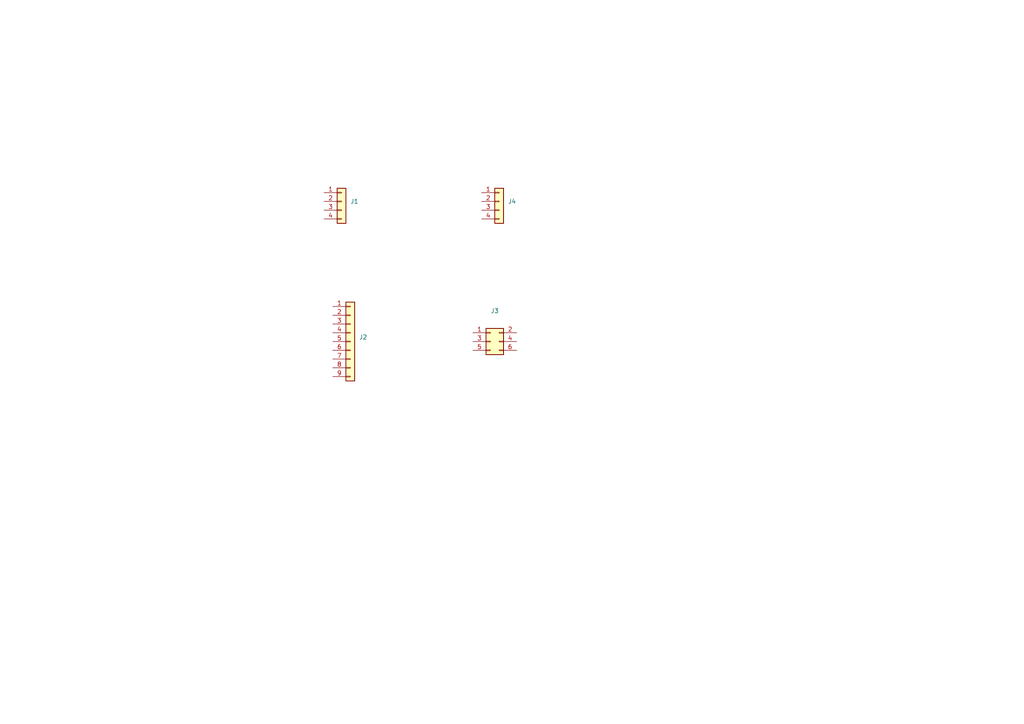
<source format=kicad_sch>
(kicad_sch (version 20211123) (generator eeschema)
  (paper "A4")
  (title_block (title "Battery Powered Arduino Nano") (date "2022-04-27") (rev "1") (company "GM Industries"))
  (lib_symbols
    (symbol "Connector_Generic:Conn_01x04" (pin_names (offset 1.016) hide)
      (property "Reference" "J" (at 0 5.08 0))
      (property "Value" "Conn_01x04" (at 0 -7.62 0))
      (symbol "Conn_01x04_1_1"
        (rectangle (start -1.27 -4.953) (end 0 -5.207) (stroke (width 0.1524)))
        (rectangle (start -1.27 -2.413) (end 0 -2.667) (stroke (width 0.1524)))
        (rectangle (start -1.27 0.127) (end 0 -0.127) (stroke (width 0.1524)))
        (rectangle (start -1.27 2.667) (end 0 2.413) (stroke (width 0.1524)))
        (rectangle (start -1.27 3.81) (end 1.27 -6.35) (stroke (width 0.254)) (fill (type background)))
        (pin passive line (at -5.08 2.54 0) (length 3.81) (name "Pin_1") (number "1"))
        (pin passive line (at -5.08 0 0) (length 3.81) (name "Pin_2") (number "2"))
        (pin passive line (at -5.08 -2.54 0) (length 3.81) (name "Pin_3") (number "3"))
        (pin passive line (at -5.08 -5.08 0) (length 3.81) (name "Pin_4") (number "4"))
      )
    )
    (symbol "Connector_Generic:Conn_01x09" (pin_names (offset 1.016) hide)
      (property "Reference" "J" (at 0 12.7 0))
      (property "Value" "Conn_01x09" (at 0 -12.7 0))
      (symbol "Conn_01x09_1_1"
        (rectangle (start -1.27 -10.033) (end 0 -10.287) (stroke (width 0.1524)))
        (rectangle (start -1.27 -7.493) (end 0 -7.747) (stroke (width 0.1524)))
        (rectangle (start -1.27 -4.953) (end 0 -5.207) (stroke (width 0.1524)))
        (rectangle (start -1.27 -2.413) (end 0 -2.667) (stroke (width 0.1524)))
        (rectangle (start -1.27 0.127) (end 0 -0.127) (stroke (width 0.1524)))
        (rectangle (start -1.27 2.667) (end 0 2.413) (stroke (width 0.1524)))
        (rectangle (start -1.27 5.207) (end 0 4.953) (stroke (width 0.1524)))
        (rectangle (start -1.27 7.747) (end 0 7.493) (stroke (width 0.1524)))
        (rectangle (start -1.27 10.287) (end 0 10.033) (stroke (width 0.1524)))
        (rectangle (start -1.27 11.43) (end 1.27 -11.43) (stroke (width 0.254)) (fill (type background)))
        (pin passive line (at -5.08 10.16 0) (length 3.81) (name "Pin_1") (number "1"))
        (pin passive line (at -5.08 7.62 0) (length 3.81) (name "Pin_2") (number "2"))
        (pin passive line (at -5.08 5.08 0) (length 3.81) (name "Pin_3") (number "3"))
        (pin passive line (at -5.08 2.54 0) (length 3.81) (name "Pin_4") (number "4"))
        (pin passive line (at -5.08 0 0) (length 3.81) (name "Pin_5") (number "5"))
        (pin passive line (at -5.08 -2.54 0) (length 3.81) (name "Pin_6") (number "6"))
        (pin passive line (at -5.08 -5.08 0) (length 3.81) (name "Pin_7") (number "7"))
        (pin passive line (at -5.08 -7.62 0) (length 3.81) (name "Pin_8") (number "8"))
        (pin passive line (at -5.08 -10.16 0) (length 3.81) (name "Pin_9") (number "9"))
      )
    )
    (symbol "Connector_Generic:Conn_02x03_Odd_Even" (pin_names (offset 1.016) hide)
      (property "Reference" "J" (at 1.27 5.08 0))
      (property "Value" "Conn_02x03_Odd_Even" (at 1.27 -5.08 0))
      (symbol "Conn_02x03_Odd_Even_1_1"
        (rectangle (start -1.27 -2.413) (end 0 -2.667) (stroke (width 0.1524)))
        (rectangle (start -1.27 0.127) (end 0 -0.127) (stroke (width 0.1524)))
        (rectangle (start -1.27 2.667) (end 0 2.413) (stroke (width 0.1524)))
        (rectangle (start -1.27 3.81) (end 3.81 -3.81) (stroke (width 0.254)) (fill (type background)))
        (rectangle (start 3.81 -2.413) (end 2.54 -2.667) (stroke (width 0.1524)))
        (rectangle (start 3.81 0.127) (end 2.54 -0.127) (stroke (width 0.1524)))
        (rectangle (start 3.81 2.667) (end 2.54 2.413) (stroke (width 0.1524)))
        (pin passive line (at -5.08 2.54 0) (length 3.81) (name "Pin_1") (number "1"))
        (pin passive line (at 7.62 2.54 180) (length 3.81) (name "Pin_2") (number "2"))
        (pin passive line (at -5.08 0 0) (length 3.81) (name "Pin_3") (number "3"))
        (pin passive line (at 7.62 0 180) (length 3.81) (name "Pin_4") (number "4"))
        (pin passive line (at -5.08 -2.54 0) (length 3.81) (name "Pin_5") (number "5"))
        (pin passive line (at 7.62 -2.54 180) (length 3.81) (name "Pin_6") (number "6"))
      )
    )
  )
  (symbol (lib_id "Connector_Generic:Conn_01x09") (at 101.6 99.06 0) (unit 1)
    (property "Reference" "J2" (at 104.14 97.7899 0) (effects (justify left)))
  )
  (symbol (lib_id "Connector_Generic:Conn_02x03_Odd_Even") (at 142.24 99.06 0) (unit 1)
    (property "Reference" "J3" (at 143.51 90.17 0))
  )
  (symbol (lib_id "Connector_Generic:Conn_01x04") (at 144.78 58.42 0) (unit 1)
    (property "Reference" "J4" (at 147.32 58.4199 0) (effects (justify left)))
  )
  (symbol (lib_id "Connector_Generic:Conn_01x04") (at 99.06 58.42 0) (unit 1)
    (property "Reference" "J1" (at 101.6 58.4199 0) (effects (justify left)))
  )
)
</source>
